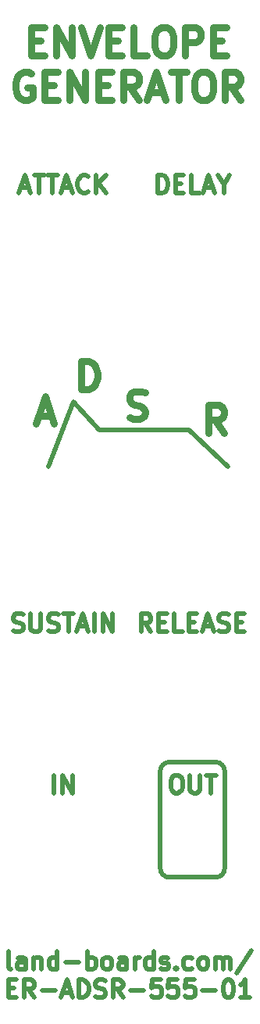
<source format=gto>
%TF.GenerationSoftware,KiCad,Pcbnew,(6.0.1)*%
%TF.CreationDate,2022-10-21T14:03:44-04:00*%
%TF.ProjectId,ER-ADSR-555-01_Panel,45522d41-4453-4522-9d35-35352d30315f,rev?*%
%TF.SameCoordinates,Original*%
%TF.FileFunction,Legend,Top*%
%TF.FilePolarity,Positive*%
%FSLAX46Y46*%
G04 Gerber Fmt 4.6, Leading zero omitted, Abs format (unit mm)*
G04 Created by KiCad (PCBNEW (6.0.1)) date 2022-10-21 14:03:44*
%MOMM*%
%LPD*%
G01*
G04 APERTURE LIST*
%ADD10C,0.500000*%
%ADD11C,0.750000*%
%ADD12C,0.476250*%
G04 APERTURE END LIST*
D10*
X57625000Y-49500000D02*
X61875000Y-53500000D01*
X60500000Y-98000000D02*
X55500000Y-98000000D01*
X61500000Y-86500000D02*
X61500000Y-97000000D01*
X55500000Y-85500000D02*
X60500000Y-85500000D01*
X54500000Y-97000000D02*
X54500000Y-86500000D01*
X45125000Y-46500000D02*
X47875000Y-49500000D01*
X61500000Y-86500000D02*
G75*
G03*
X60500000Y-85500000I-1000003J-3D01*
G01*
X60500000Y-98000000D02*
G75*
G03*
X61500000Y-97000000I-3J1000003D01*
G01*
X55500000Y-85500000D02*
G75*
G03*
X54500000Y-86500000I3J-1000003D01*
G01*
X42375000Y-53500000D02*
X45125000Y-46500000D01*
X54500000Y-97000000D02*
G75*
G03*
X55500000Y-98000000I1000003J3D01*
G01*
X47875000Y-49500000D02*
X57625000Y-49500000D01*
D11*
X61428571Y-49857142D02*
X60428571Y-48428571D01*
X59714285Y-49857142D02*
X59714285Y-46857142D01*
X60857142Y-46857142D01*
X61142857Y-47000000D01*
X61285714Y-47142857D01*
X61428571Y-47428571D01*
X61428571Y-47857142D01*
X61285714Y-48142857D01*
X61142857Y-48285714D01*
X60857142Y-48428571D01*
X59714285Y-48428571D01*
X45964285Y-45107142D02*
X45964285Y-42107142D01*
X46678571Y-42107142D01*
X47107142Y-42250000D01*
X47392857Y-42535714D01*
X47535714Y-42821428D01*
X47678571Y-43392857D01*
X47678571Y-43821428D01*
X47535714Y-44392857D01*
X47392857Y-44678571D01*
X47107142Y-44964285D01*
X46678571Y-45107142D01*
X45964285Y-45107142D01*
D12*
X56095011Y-86956787D02*
X56457868Y-86956787D01*
X56639296Y-87047502D01*
X56820725Y-87228930D01*
X56911439Y-87591787D01*
X56911439Y-88226787D01*
X56820725Y-88589644D01*
X56639296Y-88771073D01*
X56457868Y-88861787D01*
X56095011Y-88861787D01*
X55913582Y-88771073D01*
X55732153Y-88589644D01*
X55641439Y-88226787D01*
X55641439Y-87591787D01*
X55732153Y-87228930D01*
X55913582Y-87047502D01*
X56095011Y-86956787D01*
X57727868Y-86956787D02*
X57727868Y-88498930D01*
X57818582Y-88680359D01*
X57909296Y-88771073D01*
X58090725Y-88861787D01*
X58453582Y-88861787D01*
X58635011Y-88771073D01*
X58725725Y-88680359D01*
X58816439Y-88498930D01*
X58816439Y-86956787D01*
X59451439Y-86956787D02*
X60540011Y-86956787D01*
X59995725Y-88861787D02*
X59995725Y-86956787D01*
X43002130Y-88861787D02*
X43002130Y-86956787D01*
X43909273Y-88861787D02*
X43909273Y-86956787D01*
X44997845Y-88861787D01*
X44997845Y-86956787D01*
X54235368Y-23861785D02*
X54235368Y-21956785D01*
X54688939Y-21956785D01*
X54961082Y-22047500D01*
X55142511Y-22228928D01*
X55233225Y-22410357D01*
X55323939Y-22773214D01*
X55323939Y-23045357D01*
X55233225Y-23408214D01*
X55142511Y-23589642D01*
X54961082Y-23771071D01*
X54688939Y-23861785D01*
X54235368Y-23861785D01*
X56140368Y-22863928D02*
X56775368Y-22863928D01*
X57047511Y-23861785D02*
X56140368Y-23861785D01*
X56140368Y-21956785D01*
X57047511Y-21956785D01*
X58771082Y-23861785D02*
X57863939Y-23861785D01*
X57863939Y-21956785D01*
X59315368Y-23317500D02*
X60222511Y-23317500D01*
X59133939Y-23861785D02*
X59768939Y-21956785D01*
X60403939Y-23861785D01*
X61401796Y-22954642D02*
X61401796Y-23861785D01*
X60766796Y-21956785D02*
X61401796Y-22954642D01*
X62036796Y-21956785D01*
D11*
X41285714Y-48000000D02*
X42714285Y-48000000D01*
X41000000Y-48857142D02*
X42000000Y-45857142D01*
X43000000Y-48857142D01*
D12*
X39373559Y-23317500D02*
X40280702Y-23317500D01*
X39192130Y-23861785D02*
X39827130Y-21956785D01*
X40462130Y-23861785D01*
X40824988Y-21956785D02*
X41913559Y-21956785D01*
X41369273Y-23861785D02*
X41369273Y-21956785D01*
X42276416Y-21956785D02*
X43364988Y-21956785D01*
X42820702Y-23861785D02*
X42820702Y-21956785D01*
X43909273Y-23317500D02*
X44816416Y-23317500D01*
X43727845Y-23861785D02*
X44362845Y-21956785D01*
X44997845Y-23861785D01*
X46721416Y-23680357D02*
X46630702Y-23771071D01*
X46358559Y-23861785D01*
X46177130Y-23861785D01*
X45904988Y-23771071D01*
X45723559Y-23589642D01*
X45632845Y-23408214D01*
X45542130Y-23045357D01*
X45542130Y-22773214D01*
X45632845Y-22410357D01*
X45723559Y-22228928D01*
X45904988Y-22047500D01*
X46177130Y-21956785D01*
X46358559Y-21956785D01*
X46630702Y-22047500D01*
X46721416Y-22138214D01*
X47537845Y-23861785D02*
X47537845Y-21956785D01*
X48626416Y-23861785D02*
X47809988Y-22773214D01*
X48626416Y-21956785D02*
X47537845Y-23045357D01*
X38557130Y-71271082D02*
X38829273Y-71361796D01*
X39282845Y-71361796D01*
X39464273Y-71271082D01*
X39554988Y-71180368D01*
X39645702Y-70998939D01*
X39645702Y-70817511D01*
X39554988Y-70636082D01*
X39464273Y-70545368D01*
X39282845Y-70454653D01*
X38919988Y-70363939D01*
X38738559Y-70273225D01*
X38647845Y-70182511D01*
X38557130Y-70001082D01*
X38557130Y-69819653D01*
X38647845Y-69638225D01*
X38738559Y-69547511D01*
X38919988Y-69456796D01*
X39373559Y-69456796D01*
X39645702Y-69547511D01*
X40462130Y-69456796D02*
X40462130Y-70998939D01*
X40552845Y-71180368D01*
X40643559Y-71271082D01*
X40824988Y-71361796D01*
X41187845Y-71361796D01*
X41369273Y-71271082D01*
X41459988Y-71180368D01*
X41550702Y-70998939D01*
X41550702Y-69456796D01*
X42367130Y-71271082D02*
X42639273Y-71361796D01*
X43092845Y-71361796D01*
X43274273Y-71271082D01*
X43364988Y-71180368D01*
X43455702Y-70998939D01*
X43455702Y-70817511D01*
X43364988Y-70636082D01*
X43274273Y-70545368D01*
X43092845Y-70454653D01*
X42729988Y-70363939D01*
X42548559Y-70273225D01*
X42457845Y-70182511D01*
X42367130Y-70001082D01*
X42367130Y-69819653D01*
X42457845Y-69638225D01*
X42548559Y-69547511D01*
X42729988Y-69456796D01*
X43183559Y-69456796D01*
X43455702Y-69547511D01*
X43999988Y-69456796D02*
X45088559Y-69456796D01*
X44544273Y-71361796D02*
X44544273Y-69456796D01*
X45632845Y-70817511D02*
X46539988Y-70817511D01*
X45451416Y-71361796D02*
X46086416Y-69456796D01*
X46721416Y-71361796D01*
X47356416Y-71361796D02*
X47356416Y-69456796D01*
X48263559Y-71361796D02*
X48263559Y-69456796D01*
X49352130Y-71361796D01*
X49352130Y-69456796D01*
X38354641Y-107928271D02*
X38173213Y-107837557D01*
X38082498Y-107656128D01*
X38082498Y-106023271D01*
X39896784Y-107928271D02*
X39896784Y-106930414D01*
X39806070Y-106748986D01*
X39624641Y-106658271D01*
X39261784Y-106658271D01*
X39080356Y-106748986D01*
X39896784Y-107837557D02*
X39715356Y-107928271D01*
X39261784Y-107928271D01*
X39080356Y-107837557D01*
X38989641Y-107656128D01*
X38989641Y-107474700D01*
X39080356Y-107293271D01*
X39261784Y-107202557D01*
X39715356Y-107202557D01*
X39896784Y-107111843D01*
X40803927Y-106658271D02*
X40803927Y-107928271D01*
X40803927Y-106839700D02*
X40894641Y-106748986D01*
X41076070Y-106658271D01*
X41348213Y-106658271D01*
X41529641Y-106748986D01*
X41620356Y-106930414D01*
X41620356Y-107928271D01*
X43343927Y-107928271D02*
X43343927Y-106023271D01*
X43343927Y-107837557D02*
X43162498Y-107928271D01*
X42799641Y-107928271D01*
X42618213Y-107837557D01*
X42527498Y-107746843D01*
X42436784Y-107565414D01*
X42436784Y-107021128D01*
X42527498Y-106839700D01*
X42618213Y-106748986D01*
X42799641Y-106658271D01*
X43162498Y-106658271D01*
X43343927Y-106748986D01*
X44251070Y-107202557D02*
X45702498Y-107202557D01*
X46609641Y-107928271D02*
X46609641Y-106023271D01*
X46609641Y-106748986D02*
X46791070Y-106658271D01*
X47153927Y-106658271D01*
X47335356Y-106748986D01*
X47426070Y-106839700D01*
X47516784Y-107021128D01*
X47516784Y-107565414D01*
X47426070Y-107746843D01*
X47335356Y-107837557D01*
X47153927Y-107928271D01*
X46791070Y-107928271D01*
X46609641Y-107837557D01*
X48605356Y-107928271D02*
X48423927Y-107837557D01*
X48333213Y-107746843D01*
X48242499Y-107565414D01*
X48242499Y-107021128D01*
X48333213Y-106839700D01*
X48423927Y-106748986D01*
X48605356Y-106658271D01*
X48877499Y-106658271D01*
X49058927Y-106748986D01*
X49149641Y-106839700D01*
X49240356Y-107021128D01*
X49240356Y-107565414D01*
X49149641Y-107746843D01*
X49058927Y-107837557D01*
X48877499Y-107928271D01*
X48605356Y-107928271D01*
X50873213Y-107928271D02*
X50873213Y-106930414D01*
X50782499Y-106748986D01*
X50601070Y-106658271D01*
X50238213Y-106658271D01*
X50056784Y-106748986D01*
X50873213Y-107837557D02*
X50691784Y-107928271D01*
X50238213Y-107928271D01*
X50056784Y-107837557D01*
X49966070Y-107656128D01*
X49966070Y-107474700D01*
X50056784Y-107293271D01*
X50238213Y-107202557D01*
X50691784Y-107202557D01*
X50873213Y-107111843D01*
X51780356Y-107928271D02*
X51780356Y-106658271D01*
X51780356Y-107021128D02*
X51871070Y-106839700D01*
X51961784Y-106748986D01*
X52143213Y-106658271D01*
X52324641Y-106658271D01*
X53776070Y-107928271D02*
X53776070Y-106023271D01*
X53776070Y-107837557D02*
X53594641Y-107928271D01*
X53231784Y-107928271D01*
X53050356Y-107837557D01*
X52959641Y-107746843D01*
X52868927Y-107565414D01*
X52868927Y-107021128D01*
X52959641Y-106839700D01*
X53050356Y-106748986D01*
X53231784Y-106658271D01*
X53594641Y-106658271D01*
X53776070Y-106748986D01*
X54592499Y-107837557D02*
X54773927Y-107928271D01*
X55136784Y-107928271D01*
X55318213Y-107837557D01*
X55408927Y-107656128D01*
X55408927Y-107565414D01*
X55318213Y-107383986D01*
X55136784Y-107293271D01*
X54864641Y-107293271D01*
X54683213Y-107202557D01*
X54592499Y-107021128D01*
X54592499Y-106930414D01*
X54683213Y-106748986D01*
X54864641Y-106658271D01*
X55136784Y-106658271D01*
X55318213Y-106748986D01*
X56225356Y-107746843D02*
X56316070Y-107837557D01*
X56225356Y-107928271D01*
X56134641Y-107837557D01*
X56225356Y-107746843D01*
X56225356Y-107928271D01*
X57948927Y-107837557D02*
X57767499Y-107928271D01*
X57404641Y-107928271D01*
X57223213Y-107837557D01*
X57132499Y-107746843D01*
X57041784Y-107565414D01*
X57041784Y-107021128D01*
X57132499Y-106839700D01*
X57223213Y-106748986D01*
X57404641Y-106658271D01*
X57767499Y-106658271D01*
X57948927Y-106748986D01*
X59037499Y-107928271D02*
X58856070Y-107837557D01*
X58765356Y-107746843D01*
X58674641Y-107565414D01*
X58674641Y-107021128D01*
X58765356Y-106839700D01*
X58856070Y-106748986D01*
X59037499Y-106658271D01*
X59309641Y-106658271D01*
X59491070Y-106748986D01*
X59581784Y-106839700D01*
X59672499Y-107021128D01*
X59672499Y-107565414D01*
X59581784Y-107746843D01*
X59491070Y-107837557D01*
X59309641Y-107928271D01*
X59037499Y-107928271D01*
X60488927Y-107928271D02*
X60488927Y-106658271D01*
X60488927Y-106839700D02*
X60579641Y-106748986D01*
X60761070Y-106658271D01*
X61033213Y-106658271D01*
X61214641Y-106748986D01*
X61305356Y-106930414D01*
X61305356Y-107928271D01*
X61305356Y-106930414D02*
X61396070Y-106748986D01*
X61577499Y-106658271D01*
X61849641Y-106658271D01*
X62031070Y-106748986D01*
X62121784Y-106930414D01*
X62121784Y-107928271D01*
X64389641Y-105932557D02*
X62756784Y-108381843D01*
X38037141Y-109997464D02*
X38672141Y-109997464D01*
X38944284Y-110995321D02*
X38037141Y-110995321D01*
X38037141Y-109090321D01*
X38944284Y-109090321D01*
X40849284Y-110995321D02*
X40214284Y-110088178D01*
X39760713Y-110995321D02*
X39760713Y-109090321D01*
X40486427Y-109090321D01*
X40667856Y-109181036D01*
X40758570Y-109271750D01*
X40849284Y-109453178D01*
X40849284Y-109725321D01*
X40758570Y-109906750D01*
X40667856Y-109997464D01*
X40486427Y-110088178D01*
X39760713Y-110088178D01*
X41665713Y-110269607D02*
X43117141Y-110269607D01*
X43933570Y-110451036D02*
X44840713Y-110451036D01*
X43752141Y-110995321D02*
X44387141Y-109090321D01*
X45022141Y-110995321D01*
X45657141Y-110995321D02*
X45657141Y-109090321D01*
X46110713Y-109090321D01*
X46382856Y-109181036D01*
X46564284Y-109362464D01*
X46654999Y-109543893D01*
X46745713Y-109906750D01*
X46745713Y-110178893D01*
X46654999Y-110541750D01*
X46564284Y-110723178D01*
X46382856Y-110904607D01*
X46110713Y-110995321D01*
X45657141Y-110995321D01*
X47471427Y-110904607D02*
X47743570Y-110995321D01*
X48197141Y-110995321D01*
X48378570Y-110904607D01*
X48469284Y-110813893D01*
X48559999Y-110632464D01*
X48559999Y-110451036D01*
X48469284Y-110269607D01*
X48378570Y-110178893D01*
X48197141Y-110088178D01*
X47834284Y-109997464D01*
X47652856Y-109906750D01*
X47562141Y-109816036D01*
X47471427Y-109634607D01*
X47471427Y-109453178D01*
X47562141Y-109271750D01*
X47652856Y-109181036D01*
X47834284Y-109090321D01*
X48287856Y-109090321D01*
X48559999Y-109181036D01*
X50464999Y-110995321D02*
X49829999Y-110088178D01*
X49376427Y-110995321D02*
X49376427Y-109090321D01*
X50102141Y-109090321D01*
X50283570Y-109181036D01*
X50374284Y-109271750D01*
X50464999Y-109453178D01*
X50464999Y-109725321D01*
X50374284Y-109906750D01*
X50283570Y-109997464D01*
X50102141Y-110088178D01*
X49376427Y-110088178D01*
X51281427Y-110269607D02*
X52732856Y-110269607D01*
X54547141Y-109090321D02*
X53639999Y-109090321D01*
X53549284Y-109997464D01*
X53639999Y-109906750D01*
X53821427Y-109816036D01*
X54274999Y-109816036D01*
X54456427Y-109906750D01*
X54547141Y-109997464D01*
X54637856Y-110178893D01*
X54637856Y-110632464D01*
X54547141Y-110813893D01*
X54456427Y-110904607D01*
X54274999Y-110995321D01*
X53821427Y-110995321D01*
X53639999Y-110904607D01*
X53549284Y-110813893D01*
X56361427Y-109090321D02*
X55454284Y-109090321D01*
X55363570Y-109997464D01*
X55454284Y-109906750D01*
X55635713Y-109816036D01*
X56089284Y-109816036D01*
X56270713Y-109906750D01*
X56361427Y-109997464D01*
X56452141Y-110178893D01*
X56452141Y-110632464D01*
X56361427Y-110813893D01*
X56270713Y-110904607D01*
X56089284Y-110995321D01*
X55635713Y-110995321D01*
X55454284Y-110904607D01*
X55363570Y-110813893D01*
X58175713Y-109090321D02*
X57268570Y-109090321D01*
X57177856Y-109997464D01*
X57268570Y-109906750D01*
X57449999Y-109816036D01*
X57903570Y-109816036D01*
X58084999Y-109906750D01*
X58175713Y-109997464D01*
X58266427Y-110178893D01*
X58266427Y-110632464D01*
X58175713Y-110813893D01*
X58084999Y-110904607D01*
X57903570Y-110995321D01*
X57449999Y-110995321D01*
X57268570Y-110904607D01*
X57177856Y-110813893D01*
X59082856Y-110269607D02*
X60534284Y-110269607D01*
X61804284Y-109090321D02*
X61985713Y-109090321D01*
X62167141Y-109181036D01*
X62257856Y-109271750D01*
X62348570Y-109453178D01*
X62439284Y-109816036D01*
X62439284Y-110269607D01*
X62348570Y-110632464D01*
X62257856Y-110813893D01*
X62167141Y-110904607D01*
X61985713Y-110995321D01*
X61804284Y-110995321D01*
X61622856Y-110904607D01*
X61532141Y-110813893D01*
X61441427Y-110632464D01*
X61350713Y-110269607D01*
X61350713Y-109816036D01*
X61441427Y-109453178D01*
X61532141Y-109271750D01*
X61622856Y-109181036D01*
X61804284Y-109090321D01*
X64253570Y-110995321D02*
X63164999Y-110995321D01*
X63709284Y-110995321D02*
X63709284Y-109090321D01*
X63527856Y-109362464D01*
X63346427Y-109543893D01*
X63164999Y-109634607D01*
D11*
X51142857Y-48214285D02*
X51571428Y-48357142D01*
X52285714Y-48357142D01*
X52571428Y-48214285D01*
X52714285Y-48071428D01*
X52857142Y-47785714D01*
X52857142Y-47500000D01*
X52714285Y-47214285D01*
X52571428Y-47071428D01*
X52285714Y-46928571D01*
X51714285Y-46785714D01*
X51428571Y-46642857D01*
X51285714Y-46500000D01*
X51142857Y-46214285D01*
X51142857Y-45928571D01*
X51285714Y-45642857D01*
X51428571Y-45500000D01*
X51714285Y-45357142D01*
X52428571Y-45357142D01*
X52857142Y-45500000D01*
D12*
X53509653Y-71361796D02*
X52874653Y-70454653D01*
X52421082Y-71361796D02*
X52421082Y-69456796D01*
X53146796Y-69456796D01*
X53328225Y-69547511D01*
X53418939Y-69638225D01*
X53509653Y-69819653D01*
X53509653Y-70091796D01*
X53418939Y-70273225D01*
X53328225Y-70363939D01*
X53146796Y-70454653D01*
X52421082Y-70454653D01*
X54326082Y-70363939D02*
X54961082Y-70363939D01*
X55233225Y-71361796D02*
X54326082Y-71361796D01*
X54326082Y-69456796D01*
X55233225Y-69456796D01*
X56956796Y-71361796D02*
X56049653Y-71361796D01*
X56049653Y-69456796D01*
X57591796Y-70363939D02*
X58226796Y-70363939D01*
X58498939Y-71361796D02*
X57591796Y-71361796D01*
X57591796Y-69456796D01*
X58498939Y-69456796D01*
X59224653Y-70817511D02*
X60131796Y-70817511D01*
X59043225Y-71361796D02*
X59678225Y-69456796D01*
X60313225Y-71361796D01*
X60857511Y-71271082D02*
X61129653Y-71361796D01*
X61583225Y-71361796D01*
X61764653Y-71271082D01*
X61855368Y-71180368D01*
X61946082Y-70998939D01*
X61946082Y-70817511D01*
X61855368Y-70636082D01*
X61764653Y-70545368D01*
X61583225Y-70454653D01*
X61220368Y-70363939D01*
X61038939Y-70273225D01*
X60948225Y-70182511D01*
X60857511Y-70001082D01*
X60857511Y-69819653D01*
X60948225Y-69638225D01*
X61038939Y-69547511D01*
X61220368Y-69456796D01*
X61673939Y-69456796D01*
X61946082Y-69547511D01*
X62762511Y-70363939D02*
X63397511Y-70363939D01*
X63669653Y-71361796D02*
X62762511Y-71361796D01*
X62762511Y-69456796D01*
X63669653Y-69456796D01*
D11*
X40500000Y-7370714D02*
X41500000Y-7370714D01*
X41928571Y-8942142D02*
X40500000Y-8942142D01*
X40500000Y-5942142D01*
X41928571Y-5942142D01*
X43214285Y-8942142D02*
X43214285Y-5942142D01*
X44928571Y-8942142D01*
X44928571Y-5942142D01*
X45928571Y-5942142D02*
X46928571Y-8942142D01*
X47928571Y-5942142D01*
X48928571Y-7370714D02*
X49928571Y-7370714D01*
X50357142Y-8942142D02*
X48928571Y-8942142D01*
X48928571Y-5942142D01*
X50357142Y-5942142D01*
X53071428Y-8942142D02*
X51642857Y-8942142D01*
X51642857Y-5942142D01*
X54642857Y-5942142D02*
X55214285Y-5942142D01*
X55500000Y-6085000D01*
X55785714Y-6370714D01*
X55928571Y-6942142D01*
X55928571Y-7942142D01*
X55785714Y-8513571D01*
X55500000Y-8799285D01*
X55214285Y-8942142D01*
X54642857Y-8942142D01*
X54357142Y-8799285D01*
X54071428Y-8513571D01*
X53928571Y-7942142D01*
X53928571Y-6942142D01*
X54071428Y-6370714D01*
X54357142Y-6085000D01*
X54642857Y-5942142D01*
X57214285Y-8942142D02*
X57214285Y-5942142D01*
X58357142Y-5942142D01*
X58642857Y-6085000D01*
X58785714Y-6227857D01*
X58928571Y-6513571D01*
X58928571Y-6942142D01*
X58785714Y-7227857D01*
X58642857Y-7370714D01*
X58357142Y-7513571D01*
X57214285Y-7513571D01*
X60214285Y-7370714D02*
X61214285Y-7370714D01*
X61642857Y-8942142D02*
X60214285Y-8942142D01*
X60214285Y-5942142D01*
X61642857Y-5942142D01*
X40500000Y-10915000D02*
X40214285Y-10772142D01*
X39785714Y-10772142D01*
X39357142Y-10915000D01*
X39071428Y-11200714D01*
X38928571Y-11486428D01*
X38785714Y-12057857D01*
X38785714Y-12486428D01*
X38928571Y-13057857D01*
X39071428Y-13343571D01*
X39357142Y-13629285D01*
X39785714Y-13772142D01*
X40071428Y-13772142D01*
X40500000Y-13629285D01*
X40642857Y-13486428D01*
X40642857Y-12486428D01*
X40071428Y-12486428D01*
X41928571Y-12200714D02*
X42928571Y-12200714D01*
X43357142Y-13772142D02*
X41928571Y-13772142D01*
X41928571Y-10772142D01*
X43357142Y-10772142D01*
X44642857Y-13772142D02*
X44642857Y-10772142D01*
X46357142Y-13772142D01*
X46357142Y-10772142D01*
X47785714Y-12200714D02*
X48785714Y-12200714D01*
X49214285Y-13772142D02*
X47785714Y-13772142D01*
X47785714Y-10772142D01*
X49214285Y-10772142D01*
X52214285Y-13772142D02*
X51214285Y-12343571D01*
X50500000Y-13772142D02*
X50500000Y-10772142D01*
X51642857Y-10772142D01*
X51928571Y-10915000D01*
X52071428Y-11057857D01*
X52214285Y-11343571D01*
X52214285Y-11772142D01*
X52071428Y-12057857D01*
X51928571Y-12200714D01*
X51642857Y-12343571D01*
X50500000Y-12343571D01*
X53357142Y-12915000D02*
X54785714Y-12915000D01*
X53071428Y-13772142D02*
X54071428Y-10772142D01*
X55071428Y-13772142D01*
X55642857Y-10772142D02*
X57357142Y-10772142D01*
X56500000Y-13772142D02*
X56500000Y-10772142D01*
X58928571Y-10772142D02*
X59500000Y-10772142D01*
X59785714Y-10915000D01*
X60071428Y-11200714D01*
X60214285Y-11772142D01*
X60214285Y-12772142D01*
X60071428Y-13343571D01*
X59785714Y-13629285D01*
X59500000Y-13772142D01*
X58928571Y-13772142D01*
X58642857Y-13629285D01*
X58357142Y-13343571D01*
X58214285Y-12772142D01*
X58214285Y-11772142D01*
X58357142Y-11200714D01*
X58642857Y-10915000D01*
X58928571Y-10772142D01*
X63214285Y-13772142D02*
X62214285Y-12343571D01*
X61500000Y-13772142D02*
X61500000Y-10772142D01*
X62642857Y-10772142D01*
X62928571Y-10915000D01*
X63071428Y-11057857D01*
X63214285Y-11343571D01*
X63214285Y-11772142D01*
X63071428Y-12057857D01*
X62928571Y-12200714D01*
X62642857Y-12343571D01*
X61500000Y-12343571D01*
M02*

</source>
